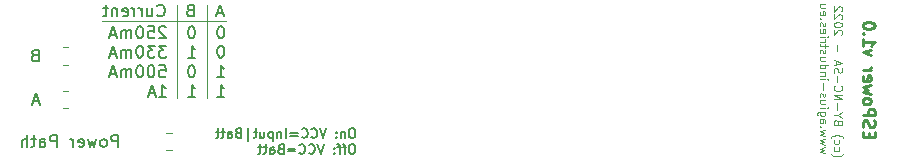
<source format=gbo>
%TF.GenerationSoftware,KiCad,Pcbnew,5.1.8-5.1.8*%
%TF.CreationDate,2022-10-01T18:22:25+01:00*%
%TF.ProjectId,ESPower,4553506f-7765-4722-9e6b-696361645f70,rev?*%
%TF.SameCoordinates,Original*%
%TF.FileFunction,Legend,Bot*%
%TF.FilePolarity,Positive*%
%FSLAX46Y46*%
G04 Gerber Fmt 4.6, Leading zero omitted, Abs format (unit mm)*
G04 Created by KiCad (PCBNEW 5.1.8-5.1.8) date 2022-10-01 18:22:25*
%MOMM*%
%LPD*%
G01*
G04 APERTURE LIST*
%ADD10C,0.120000*%
%ADD11C,0.250000*%
%ADD12C,0.130000*%
%ADD13C,0.150000*%
%ADD14C,2.700000*%
%ADD15C,1.500000*%
%ADD16R,1.500000X1.500000*%
%ADD17R,1.700000X1.700000*%
%ADD18O,1.700000X1.700000*%
%ADD19C,1.600000*%
%ADD20R,1.600000X1.600000*%
G04 APERTURE END LIST*
D10*
X153798666Y-107873000D02*
X153832000Y-107906333D01*
X153932000Y-107973000D01*
X153998666Y-108006333D01*
X154098666Y-108039666D01*
X154265333Y-108073000D01*
X154398666Y-108073000D01*
X154565333Y-108039666D01*
X154665333Y-108006333D01*
X154732000Y-107973000D01*
X154832000Y-107906333D01*
X154865333Y-107873000D01*
X154098666Y-107306333D02*
X154065333Y-107373000D01*
X154065333Y-107506333D01*
X154098666Y-107573000D01*
X154132000Y-107606333D01*
X154198666Y-107639666D01*
X154398666Y-107639666D01*
X154465333Y-107606333D01*
X154498666Y-107573000D01*
X154532000Y-107506333D01*
X154532000Y-107373000D01*
X154498666Y-107306333D01*
X154098666Y-106706333D02*
X154065333Y-106773000D01*
X154065333Y-106906333D01*
X154098666Y-106973000D01*
X154132000Y-107006333D01*
X154198666Y-107039666D01*
X154398666Y-107039666D01*
X154465333Y-107006333D01*
X154498666Y-106973000D01*
X154532000Y-106906333D01*
X154532000Y-106773000D01*
X154498666Y-106706333D01*
X153798666Y-106473000D02*
X153832000Y-106439666D01*
X153932000Y-106373000D01*
X153998666Y-106339666D01*
X154098666Y-106306333D01*
X154265333Y-106273000D01*
X154398666Y-106273000D01*
X154565333Y-106306333D01*
X154665333Y-106339666D01*
X154732000Y-106373000D01*
X154832000Y-106439666D01*
X154865333Y-106473000D01*
X154432000Y-105173000D02*
X154398666Y-105073000D01*
X154365333Y-105039666D01*
X154298666Y-105006333D01*
X154198666Y-105006333D01*
X154132000Y-105039666D01*
X154098666Y-105073000D01*
X154065333Y-105139666D01*
X154065333Y-105406333D01*
X154765333Y-105406333D01*
X154765333Y-105173000D01*
X154732000Y-105106333D01*
X154698666Y-105073000D01*
X154632000Y-105039666D01*
X154565333Y-105039666D01*
X154498666Y-105073000D01*
X154465333Y-105106333D01*
X154432000Y-105173000D01*
X154432000Y-105406333D01*
X154398666Y-104573000D02*
X154065333Y-104573000D01*
X154765333Y-104806333D02*
X154398666Y-104573000D01*
X154765333Y-104339666D01*
X154332000Y-104106333D02*
X154332000Y-103573000D01*
X154065333Y-103239666D02*
X154765333Y-103239666D01*
X154065333Y-102839666D01*
X154765333Y-102839666D01*
X154132000Y-102106333D02*
X154098666Y-102139666D01*
X154065333Y-102239666D01*
X154065333Y-102306333D01*
X154098666Y-102406333D01*
X154165333Y-102473000D01*
X154232000Y-102506333D01*
X154365333Y-102539666D01*
X154465333Y-102539666D01*
X154598666Y-102506333D01*
X154665333Y-102473000D01*
X154732000Y-102406333D01*
X154765333Y-102306333D01*
X154765333Y-102239666D01*
X154732000Y-102139666D01*
X154698666Y-102106333D01*
X154332000Y-101806333D02*
X154332000Y-101273000D01*
X154098666Y-100973000D02*
X154065333Y-100873000D01*
X154065333Y-100706333D01*
X154098666Y-100639666D01*
X154132000Y-100606333D01*
X154198666Y-100573000D01*
X154265333Y-100573000D01*
X154332000Y-100606333D01*
X154365333Y-100639666D01*
X154398666Y-100706333D01*
X154432000Y-100839666D01*
X154465333Y-100906333D01*
X154498666Y-100939666D01*
X154565333Y-100973000D01*
X154632000Y-100973000D01*
X154698666Y-100939666D01*
X154732000Y-100906333D01*
X154765333Y-100839666D01*
X154765333Y-100673000D01*
X154732000Y-100573000D01*
X154265333Y-100306333D02*
X154265333Y-99973000D01*
X154065333Y-100373000D02*
X154765333Y-100139666D01*
X154065333Y-99906333D01*
X154332000Y-99139666D02*
X154332000Y-98606333D01*
X154698666Y-97773000D02*
X154732000Y-97739666D01*
X154765333Y-97673000D01*
X154765333Y-97506333D01*
X154732000Y-97439666D01*
X154698666Y-97406333D01*
X154632000Y-97373000D01*
X154565333Y-97373000D01*
X154465333Y-97406333D01*
X154065333Y-97806333D01*
X154065333Y-97373000D01*
X154765333Y-96939666D02*
X154765333Y-96873000D01*
X154732000Y-96806333D01*
X154698666Y-96773000D01*
X154632000Y-96739666D01*
X154498666Y-96706333D01*
X154332000Y-96706333D01*
X154198666Y-96739666D01*
X154132000Y-96773000D01*
X154098666Y-96806333D01*
X154065333Y-96873000D01*
X154065333Y-96939666D01*
X154098666Y-97006333D01*
X154132000Y-97039666D01*
X154198666Y-97073000D01*
X154332000Y-97106333D01*
X154498666Y-97106333D01*
X154632000Y-97073000D01*
X154698666Y-97039666D01*
X154732000Y-97006333D01*
X154765333Y-96939666D01*
X154698666Y-96439666D02*
X154732000Y-96406333D01*
X154765333Y-96339666D01*
X154765333Y-96173000D01*
X154732000Y-96106333D01*
X154698666Y-96073000D01*
X154632000Y-96039666D01*
X154565333Y-96039666D01*
X154465333Y-96073000D01*
X154065333Y-96473000D01*
X154065333Y-96039666D01*
X154698666Y-95773000D02*
X154732000Y-95739666D01*
X154765333Y-95673000D01*
X154765333Y-95506333D01*
X154732000Y-95439666D01*
X154698666Y-95406333D01*
X154632000Y-95373000D01*
X154565333Y-95373000D01*
X154465333Y-95406333D01*
X154065333Y-95806333D01*
X154065333Y-95373000D01*
X153362000Y-107823000D02*
X152895333Y-107689666D01*
X153228666Y-107556333D01*
X152895333Y-107423000D01*
X153362000Y-107289666D01*
X153362000Y-107089666D02*
X152895333Y-106956333D01*
X153228666Y-106823000D01*
X152895333Y-106689666D01*
X153362000Y-106556333D01*
X153362000Y-106356333D02*
X152895333Y-106223000D01*
X153228666Y-106089666D01*
X152895333Y-105956333D01*
X153362000Y-105823000D01*
X152962000Y-105556333D02*
X152928666Y-105523000D01*
X152895333Y-105556333D01*
X152928666Y-105589666D01*
X152962000Y-105556333D01*
X152895333Y-105556333D01*
X152895333Y-104923000D02*
X153262000Y-104923000D01*
X153328666Y-104956333D01*
X153362000Y-105023000D01*
X153362000Y-105156333D01*
X153328666Y-105223000D01*
X152928666Y-104923000D02*
X152895333Y-104989666D01*
X152895333Y-105156333D01*
X152928666Y-105223000D01*
X152995333Y-105256333D01*
X153062000Y-105256333D01*
X153128666Y-105223000D01*
X153162000Y-105156333D01*
X153162000Y-104989666D01*
X153195333Y-104923000D01*
X153362000Y-104289666D02*
X152795333Y-104289666D01*
X152728666Y-104323000D01*
X152695333Y-104356333D01*
X152662000Y-104423000D01*
X152662000Y-104523000D01*
X152695333Y-104589666D01*
X152928666Y-104289666D02*
X152895333Y-104356333D01*
X152895333Y-104489666D01*
X152928666Y-104556333D01*
X152962000Y-104589666D01*
X153028666Y-104623000D01*
X153228666Y-104623000D01*
X153295333Y-104589666D01*
X153328666Y-104556333D01*
X153362000Y-104489666D01*
X153362000Y-104356333D01*
X153328666Y-104289666D01*
X152895333Y-103956333D02*
X153362000Y-103956333D01*
X153595333Y-103956333D02*
X153562000Y-103989666D01*
X153528666Y-103956333D01*
X153562000Y-103923000D01*
X153595333Y-103956333D01*
X153528666Y-103956333D01*
X153362000Y-103323000D02*
X152895333Y-103323000D01*
X153362000Y-103623000D02*
X152995333Y-103623000D01*
X152928666Y-103589666D01*
X152895333Y-103523000D01*
X152895333Y-103423000D01*
X152928666Y-103356333D01*
X152962000Y-103323000D01*
X152928666Y-103023000D02*
X152895333Y-102956333D01*
X152895333Y-102823000D01*
X152928666Y-102756333D01*
X152995333Y-102723000D01*
X153028666Y-102723000D01*
X153095333Y-102756333D01*
X153128666Y-102823000D01*
X153128666Y-102923000D01*
X153162000Y-102989666D01*
X153228666Y-103023000D01*
X153262000Y-103023000D01*
X153328666Y-102989666D01*
X153362000Y-102923000D01*
X153362000Y-102823000D01*
X153328666Y-102756333D01*
X153162000Y-102423000D02*
X153162000Y-101889666D01*
X152895333Y-101556333D02*
X153362000Y-101556333D01*
X153595333Y-101556333D02*
X153562000Y-101589666D01*
X153528666Y-101556333D01*
X153562000Y-101523000D01*
X153595333Y-101556333D01*
X153528666Y-101556333D01*
X153362000Y-101223000D02*
X152895333Y-101223000D01*
X153295333Y-101223000D02*
X153328666Y-101189666D01*
X153362000Y-101123000D01*
X153362000Y-101023000D01*
X153328666Y-100956333D01*
X153262000Y-100923000D01*
X152895333Y-100923000D01*
X152895333Y-100289666D02*
X153595333Y-100289666D01*
X152928666Y-100289666D02*
X152895333Y-100356333D01*
X152895333Y-100489666D01*
X152928666Y-100556333D01*
X152962000Y-100589666D01*
X153028666Y-100623000D01*
X153228666Y-100623000D01*
X153295333Y-100589666D01*
X153328666Y-100556333D01*
X153362000Y-100489666D01*
X153362000Y-100356333D01*
X153328666Y-100289666D01*
X153362000Y-99656333D02*
X152895333Y-99656333D01*
X153362000Y-99956333D02*
X152995333Y-99956333D01*
X152928666Y-99923000D01*
X152895333Y-99856333D01*
X152895333Y-99756333D01*
X152928666Y-99689666D01*
X152962000Y-99656333D01*
X152928666Y-99356333D02*
X152895333Y-99289666D01*
X152895333Y-99156333D01*
X152928666Y-99089666D01*
X152995333Y-99056333D01*
X153028666Y-99056333D01*
X153095333Y-99089666D01*
X153128666Y-99156333D01*
X153128666Y-99256333D01*
X153162000Y-99323000D01*
X153228666Y-99356333D01*
X153262000Y-99356333D01*
X153328666Y-99323000D01*
X153362000Y-99256333D01*
X153362000Y-99156333D01*
X153328666Y-99089666D01*
X153362000Y-98856333D02*
X153362000Y-98589666D01*
X153595333Y-98756333D02*
X152995333Y-98756333D01*
X152928666Y-98723000D01*
X152895333Y-98656333D01*
X152895333Y-98589666D01*
X152895333Y-98356333D02*
X153362000Y-98356333D01*
X153228666Y-98356333D02*
X153295333Y-98323000D01*
X153328666Y-98289666D01*
X153362000Y-98223000D01*
X153362000Y-98156333D01*
X152895333Y-97923000D02*
X153362000Y-97923000D01*
X153595333Y-97923000D02*
X153562000Y-97956333D01*
X153528666Y-97923000D01*
X153562000Y-97889666D01*
X153595333Y-97923000D01*
X153528666Y-97923000D01*
X152928666Y-97323000D02*
X152895333Y-97389666D01*
X152895333Y-97523000D01*
X152928666Y-97589666D01*
X152995333Y-97623000D01*
X153262000Y-97623000D01*
X153328666Y-97589666D01*
X153362000Y-97523000D01*
X153362000Y-97389666D01*
X153328666Y-97323000D01*
X153262000Y-97289666D01*
X153195333Y-97289666D01*
X153128666Y-97623000D01*
X152928666Y-97023000D02*
X152895333Y-96956333D01*
X152895333Y-96823000D01*
X152928666Y-96756333D01*
X152995333Y-96723000D01*
X153028666Y-96723000D01*
X153095333Y-96756333D01*
X153128666Y-96823000D01*
X153128666Y-96923000D01*
X153162000Y-96989666D01*
X153228666Y-97023000D01*
X153262000Y-97023000D01*
X153328666Y-96989666D01*
X153362000Y-96923000D01*
X153362000Y-96823000D01*
X153328666Y-96756333D01*
X152962000Y-96423000D02*
X152928666Y-96389666D01*
X152895333Y-96423000D01*
X152928666Y-96456333D01*
X152962000Y-96423000D01*
X152895333Y-96423000D01*
X152928666Y-95823000D02*
X152895333Y-95889666D01*
X152895333Y-96023000D01*
X152928666Y-96089666D01*
X152995333Y-96123000D01*
X153262000Y-96123000D01*
X153328666Y-96089666D01*
X153362000Y-96023000D01*
X153362000Y-95889666D01*
X153328666Y-95823000D01*
X153262000Y-95789666D01*
X153195333Y-95789666D01*
X153128666Y-96123000D01*
X153362000Y-95189666D02*
X152895333Y-95189666D01*
X153362000Y-95489666D02*
X152995333Y-95489666D01*
X152928666Y-95456333D01*
X152895333Y-95389666D01*
X152895333Y-95289666D01*
X152928666Y-95223000D01*
X152962000Y-95189666D01*
D11*
X157043428Y-106457142D02*
X157043428Y-106123809D01*
X156519619Y-105980952D02*
X156519619Y-106457142D01*
X157519619Y-106457142D01*
X157519619Y-105980952D01*
X156567238Y-105600000D02*
X156519619Y-105457142D01*
X156519619Y-105219047D01*
X156567238Y-105123809D01*
X156614857Y-105076190D01*
X156710095Y-105028571D01*
X156805333Y-105028571D01*
X156900571Y-105076190D01*
X156948190Y-105123809D01*
X156995809Y-105219047D01*
X157043428Y-105409523D01*
X157091047Y-105504761D01*
X157138666Y-105552380D01*
X157233904Y-105600000D01*
X157329142Y-105600000D01*
X157424380Y-105552380D01*
X157472000Y-105504761D01*
X157519619Y-105409523D01*
X157519619Y-105171428D01*
X157472000Y-105028571D01*
X156519619Y-104600000D02*
X157519619Y-104600000D01*
X157519619Y-104219047D01*
X157472000Y-104123809D01*
X157424380Y-104076190D01*
X157329142Y-104028571D01*
X157186285Y-104028571D01*
X157091047Y-104076190D01*
X157043428Y-104123809D01*
X156995809Y-104219047D01*
X156995809Y-104600000D01*
X156519619Y-103457142D02*
X156567238Y-103552380D01*
X156614857Y-103600000D01*
X156710095Y-103647619D01*
X156995809Y-103647619D01*
X157091047Y-103600000D01*
X157138666Y-103552380D01*
X157186285Y-103457142D01*
X157186285Y-103314285D01*
X157138666Y-103219047D01*
X157091047Y-103171428D01*
X156995809Y-103123809D01*
X156710095Y-103123809D01*
X156614857Y-103171428D01*
X156567238Y-103219047D01*
X156519619Y-103314285D01*
X156519619Y-103457142D01*
X157186285Y-102790476D02*
X156519619Y-102600000D01*
X156995809Y-102409523D01*
X156519619Y-102219047D01*
X157186285Y-102028571D01*
X156567238Y-101266666D02*
X156519619Y-101361904D01*
X156519619Y-101552380D01*
X156567238Y-101647619D01*
X156662476Y-101695238D01*
X157043428Y-101695238D01*
X157138666Y-101647619D01*
X157186285Y-101552380D01*
X157186285Y-101361904D01*
X157138666Y-101266666D01*
X157043428Y-101219047D01*
X156948190Y-101219047D01*
X156852952Y-101695238D01*
X156519619Y-100790476D02*
X157186285Y-100790476D01*
X156995809Y-100790476D02*
X157091047Y-100742857D01*
X157138666Y-100695238D01*
X157186285Y-100600000D01*
X157186285Y-100504761D01*
X157186285Y-99504761D02*
X156519619Y-99266666D01*
X157186285Y-99028571D01*
X156519619Y-98123809D02*
X156519619Y-98695238D01*
X156519619Y-98409523D02*
X157519619Y-98409523D01*
X157376761Y-98504761D01*
X157281523Y-98600000D01*
X157233904Y-98695238D01*
X156614857Y-97695238D02*
X156567238Y-97647619D01*
X156519619Y-97695238D01*
X156567238Y-97742857D01*
X156614857Y-97695238D01*
X156519619Y-97695238D01*
X157519619Y-97028571D02*
X157519619Y-96933333D01*
X157472000Y-96838095D01*
X157424380Y-96790476D01*
X157329142Y-96742857D01*
X157138666Y-96695238D01*
X156900571Y-96695238D01*
X156710095Y-96742857D01*
X156614857Y-96790476D01*
X156567238Y-96838095D01*
X156519619Y-96933333D01*
X156519619Y-97028571D01*
X156567238Y-97123809D01*
X156614857Y-97171428D01*
X156710095Y-97219047D01*
X156900571Y-97266666D01*
X157138666Y-97266666D01*
X157329142Y-97219047D01*
X157424380Y-97171428D01*
X157472000Y-97123809D01*
X157519619Y-97028571D01*
D12*
X113364642Y-105703904D02*
X113212261Y-105703904D01*
X113136071Y-105742000D01*
X113059880Y-105818190D01*
X113021785Y-105970571D01*
X113021785Y-106237238D01*
X113059880Y-106389619D01*
X113136071Y-106465809D01*
X113212261Y-106503904D01*
X113364642Y-106503904D01*
X113440833Y-106465809D01*
X113517023Y-106389619D01*
X113555119Y-106237238D01*
X113555119Y-105970571D01*
X113517023Y-105818190D01*
X113440833Y-105742000D01*
X113364642Y-105703904D01*
X112678928Y-105970571D02*
X112678928Y-106503904D01*
X112678928Y-106046761D02*
X112640833Y-106008666D01*
X112564642Y-105970571D01*
X112450357Y-105970571D01*
X112374166Y-106008666D01*
X112336071Y-106084857D01*
X112336071Y-106503904D01*
X111955119Y-106427714D02*
X111917023Y-106465809D01*
X111955119Y-106503904D01*
X111993214Y-106465809D01*
X111955119Y-106427714D01*
X111955119Y-106503904D01*
X111955119Y-106008666D02*
X111917023Y-106046761D01*
X111955119Y-106084857D01*
X111993214Y-106046761D01*
X111955119Y-106008666D01*
X111955119Y-106084857D01*
X111078928Y-105703904D02*
X110812261Y-106503904D01*
X110545595Y-105703904D01*
X109821785Y-106427714D02*
X109859880Y-106465809D01*
X109974166Y-106503904D01*
X110050357Y-106503904D01*
X110164642Y-106465809D01*
X110240833Y-106389619D01*
X110278928Y-106313428D01*
X110317023Y-106161047D01*
X110317023Y-106046761D01*
X110278928Y-105894380D01*
X110240833Y-105818190D01*
X110164642Y-105742000D01*
X110050357Y-105703904D01*
X109974166Y-105703904D01*
X109859880Y-105742000D01*
X109821785Y-105780095D01*
X109021785Y-106427714D02*
X109059880Y-106465809D01*
X109174166Y-106503904D01*
X109250357Y-106503904D01*
X109364642Y-106465809D01*
X109440833Y-106389619D01*
X109478928Y-106313428D01*
X109517023Y-106161047D01*
X109517023Y-106046761D01*
X109478928Y-105894380D01*
X109440833Y-105818190D01*
X109364642Y-105742000D01*
X109250357Y-105703904D01*
X109174166Y-105703904D01*
X109059880Y-105742000D01*
X109021785Y-105780095D01*
X108678928Y-106084857D02*
X108069404Y-106084857D01*
X108069404Y-106313428D02*
X108678928Y-106313428D01*
X107688452Y-106503904D02*
X107688452Y-105703904D01*
X107307500Y-105970571D02*
X107307500Y-106503904D01*
X107307500Y-106046761D02*
X107269404Y-106008666D01*
X107193214Y-105970571D01*
X107078928Y-105970571D01*
X107002738Y-106008666D01*
X106964642Y-106084857D01*
X106964642Y-106503904D01*
X106583690Y-105970571D02*
X106583690Y-106770571D01*
X106583690Y-106008666D02*
X106507500Y-105970571D01*
X106355119Y-105970571D01*
X106278928Y-106008666D01*
X106240833Y-106046761D01*
X106202738Y-106122952D01*
X106202738Y-106351523D01*
X106240833Y-106427714D01*
X106278928Y-106465809D01*
X106355119Y-106503904D01*
X106507500Y-106503904D01*
X106583690Y-106465809D01*
X105517023Y-105970571D02*
X105517023Y-106503904D01*
X105859880Y-105970571D02*
X105859880Y-106389619D01*
X105821785Y-106465809D01*
X105745595Y-106503904D01*
X105631309Y-106503904D01*
X105555119Y-106465809D01*
X105517023Y-106427714D01*
X105250357Y-105970571D02*
X104945595Y-105970571D01*
X105136071Y-105703904D02*
X105136071Y-106389619D01*
X105097976Y-106465809D01*
X105021785Y-106503904D01*
X104945595Y-106503904D01*
X104488452Y-106770571D02*
X104488452Y-105627714D01*
X103650357Y-106084857D02*
X103536071Y-106122952D01*
X103497976Y-106161047D01*
X103459880Y-106237238D01*
X103459880Y-106351523D01*
X103497976Y-106427714D01*
X103536071Y-106465809D01*
X103612261Y-106503904D01*
X103917023Y-106503904D01*
X103917023Y-105703904D01*
X103650357Y-105703904D01*
X103574166Y-105742000D01*
X103536071Y-105780095D01*
X103497976Y-105856285D01*
X103497976Y-105932476D01*
X103536071Y-106008666D01*
X103574166Y-106046761D01*
X103650357Y-106084857D01*
X103917023Y-106084857D01*
X102774166Y-106503904D02*
X102774166Y-106084857D01*
X102812261Y-106008666D01*
X102888452Y-105970571D01*
X103040833Y-105970571D01*
X103117023Y-106008666D01*
X102774166Y-106465809D02*
X102850357Y-106503904D01*
X103040833Y-106503904D01*
X103117023Y-106465809D01*
X103155119Y-106389619D01*
X103155119Y-106313428D01*
X103117023Y-106237238D01*
X103040833Y-106199142D01*
X102850357Y-106199142D01*
X102774166Y-106161047D01*
X102507500Y-105970571D02*
X102202738Y-105970571D01*
X102393214Y-105703904D02*
X102393214Y-106389619D01*
X102355119Y-106465809D01*
X102278928Y-106503904D01*
X102202738Y-106503904D01*
X102050357Y-105970571D02*
X101745595Y-105970571D01*
X101936071Y-105703904D02*
X101936071Y-106389619D01*
X101897976Y-106465809D01*
X101821785Y-106503904D01*
X101745595Y-106503904D01*
X113364642Y-107033904D02*
X113212261Y-107033904D01*
X113136071Y-107072000D01*
X113059880Y-107148190D01*
X113021785Y-107300571D01*
X113021785Y-107567238D01*
X113059880Y-107719619D01*
X113136071Y-107795809D01*
X113212261Y-107833904D01*
X113364642Y-107833904D01*
X113440833Y-107795809D01*
X113517023Y-107719619D01*
X113555119Y-107567238D01*
X113555119Y-107300571D01*
X113517023Y-107148190D01*
X113440833Y-107072000D01*
X113364642Y-107033904D01*
X112793214Y-107300571D02*
X112488452Y-107300571D01*
X112678928Y-107833904D02*
X112678928Y-107148190D01*
X112640833Y-107072000D01*
X112564642Y-107033904D01*
X112488452Y-107033904D01*
X112336071Y-107300571D02*
X112031309Y-107300571D01*
X112221785Y-107833904D02*
X112221785Y-107148190D01*
X112183690Y-107072000D01*
X112107500Y-107033904D01*
X112031309Y-107033904D01*
X111764642Y-107757714D02*
X111726547Y-107795809D01*
X111764642Y-107833904D01*
X111802738Y-107795809D01*
X111764642Y-107757714D01*
X111764642Y-107833904D01*
X111764642Y-107338666D02*
X111726547Y-107376761D01*
X111764642Y-107414857D01*
X111802738Y-107376761D01*
X111764642Y-107338666D01*
X111764642Y-107414857D01*
X110888452Y-107033904D02*
X110621785Y-107833904D01*
X110355119Y-107033904D01*
X109631309Y-107757714D02*
X109669404Y-107795809D01*
X109783690Y-107833904D01*
X109859880Y-107833904D01*
X109974166Y-107795809D01*
X110050357Y-107719619D01*
X110088452Y-107643428D01*
X110126547Y-107491047D01*
X110126547Y-107376761D01*
X110088452Y-107224380D01*
X110050357Y-107148190D01*
X109974166Y-107072000D01*
X109859880Y-107033904D01*
X109783690Y-107033904D01*
X109669404Y-107072000D01*
X109631309Y-107110095D01*
X108831309Y-107757714D02*
X108869404Y-107795809D01*
X108983690Y-107833904D01*
X109059880Y-107833904D01*
X109174166Y-107795809D01*
X109250357Y-107719619D01*
X109288452Y-107643428D01*
X109326547Y-107491047D01*
X109326547Y-107376761D01*
X109288452Y-107224380D01*
X109250357Y-107148190D01*
X109174166Y-107072000D01*
X109059880Y-107033904D01*
X108983690Y-107033904D01*
X108869404Y-107072000D01*
X108831309Y-107110095D01*
X108488452Y-107414857D02*
X107878928Y-107414857D01*
X107878928Y-107643428D02*
X108488452Y-107643428D01*
X107231309Y-107414857D02*
X107117023Y-107452952D01*
X107078928Y-107491047D01*
X107040833Y-107567238D01*
X107040833Y-107681523D01*
X107078928Y-107757714D01*
X107117023Y-107795809D01*
X107193214Y-107833904D01*
X107497976Y-107833904D01*
X107497976Y-107033904D01*
X107231309Y-107033904D01*
X107155119Y-107072000D01*
X107117023Y-107110095D01*
X107078928Y-107186285D01*
X107078928Y-107262476D01*
X107117023Y-107338666D01*
X107155119Y-107376761D01*
X107231309Y-107414857D01*
X107497976Y-107414857D01*
X106355119Y-107833904D02*
X106355119Y-107414857D01*
X106393214Y-107338666D01*
X106469404Y-107300571D01*
X106621785Y-107300571D01*
X106697976Y-107338666D01*
X106355119Y-107795809D02*
X106431309Y-107833904D01*
X106621785Y-107833904D01*
X106697976Y-107795809D01*
X106736071Y-107719619D01*
X106736071Y-107643428D01*
X106697976Y-107567238D01*
X106621785Y-107529142D01*
X106431309Y-107529142D01*
X106355119Y-107491047D01*
X106088452Y-107300571D02*
X105783690Y-107300571D01*
X105974166Y-107033904D02*
X105974166Y-107719619D01*
X105936071Y-107795809D01*
X105859880Y-107833904D01*
X105783690Y-107833904D01*
X105631309Y-107300571D02*
X105326547Y-107300571D01*
X105517023Y-107033904D02*
X105517023Y-107719619D01*
X105478928Y-107795809D01*
X105402738Y-107833904D01*
X105326547Y-107833904D01*
D10*
X98425000Y-95250000D02*
X98425000Y-103124000D01*
X100965000Y-95250000D02*
X100965000Y-103124000D01*
X102616000Y-96647000D02*
X92075000Y-96647000D01*
D13*
X102216928Y-97053380D02*
X102121690Y-97053380D01*
X102026452Y-97101000D01*
X101978833Y-97148619D01*
X101931214Y-97243857D01*
X101883595Y-97434333D01*
X101883595Y-97672428D01*
X101931214Y-97862904D01*
X101978833Y-97958142D01*
X102026452Y-98005761D01*
X102121690Y-98053380D01*
X102216928Y-98053380D01*
X102312166Y-98005761D01*
X102359785Y-97958142D01*
X102407404Y-97862904D01*
X102455023Y-97672428D01*
X102455023Y-97434333D01*
X102407404Y-97243857D01*
X102359785Y-97148619D01*
X102312166Y-97101000D01*
X102216928Y-97053380D01*
X99740738Y-97053380D02*
X99645500Y-97053380D01*
X99550261Y-97101000D01*
X99502642Y-97148619D01*
X99455023Y-97243857D01*
X99407404Y-97434333D01*
X99407404Y-97672428D01*
X99455023Y-97862904D01*
X99502642Y-97958142D01*
X99550261Y-98005761D01*
X99645500Y-98053380D01*
X99740738Y-98053380D01*
X99835976Y-98005761D01*
X99883595Y-97958142D01*
X99931214Y-97862904D01*
X99978833Y-97672428D01*
X99978833Y-97434333D01*
X99931214Y-97243857D01*
X99883595Y-97148619D01*
X99835976Y-97101000D01*
X99740738Y-97053380D01*
X97502642Y-97148619D02*
X97455023Y-97101000D01*
X97359785Y-97053380D01*
X97121690Y-97053380D01*
X97026452Y-97101000D01*
X96978833Y-97148619D01*
X96931214Y-97243857D01*
X96931214Y-97339095D01*
X96978833Y-97481952D01*
X97550261Y-98053380D01*
X96931214Y-98053380D01*
X96026452Y-97053380D02*
X96502642Y-97053380D01*
X96550261Y-97529571D01*
X96502642Y-97481952D01*
X96407404Y-97434333D01*
X96169309Y-97434333D01*
X96074071Y-97481952D01*
X96026452Y-97529571D01*
X95978833Y-97624809D01*
X95978833Y-97862904D01*
X96026452Y-97958142D01*
X96074071Y-98005761D01*
X96169309Y-98053380D01*
X96407404Y-98053380D01*
X96502642Y-98005761D01*
X96550261Y-97958142D01*
X95359785Y-97053380D02*
X95264547Y-97053380D01*
X95169309Y-97101000D01*
X95121690Y-97148619D01*
X95074071Y-97243857D01*
X95026452Y-97434333D01*
X95026452Y-97672428D01*
X95074071Y-97862904D01*
X95121690Y-97958142D01*
X95169309Y-98005761D01*
X95264547Y-98053380D01*
X95359785Y-98053380D01*
X95455023Y-98005761D01*
X95502642Y-97958142D01*
X95550261Y-97862904D01*
X95597880Y-97672428D01*
X95597880Y-97434333D01*
X95550261Y-97243857D01*
X95502642Y-97148619D01*
X95455023Y-97101000D01*
X95359785Y-97053380D01*
X94597880Y-98053380D02*
X94597880Y-97386714D01*
X94597880Y-97481952D02*
X94550261Y-97434333D01*
X94455023Y-97386714D01*
X94312166Y-97386714D01*
X94216928Y-97434333D01*
X94169309Y-97529571D01*
X94169309Y-98053380D01*
X94169309Y-97529571D02*
X94121690Y-97434333D01*
X94026452Y-97386714D01*
X93883595Y-97386714D01*
X93788357Y-97434333D01*
X93740738Y-97529571D01*
X93740738Y-98053380D01*
X93312166Y-97767666D02*
X92835976Y-97767666D01*
X93407404Y-98053380D02*
X93074071Y-97053380D01*
X92740738Y-98053380D01*
X102216928Y-98703380D02*
X102121690Y-98703380D01*
X102026452Y-98751000D01*
X101978833Y-98798619D01*
X101931214Y-98893857D01*
X101883595Y-99084333D01*
X101883595Y-99322428D01*
X101931214Y-99512904D01*
X101978833Y-99608142D01*
X102026452Y-99655761D01*
X102121690Y-99703380D01*
X102216928Y-99703380D01*
X102312166Y-99655761D01*
X102359785Y-99608142D01*
X102407404Y-99512904D01*
X102455023Y-99322428D01*
X102455023Y-99084333D01*
X102407404Y-98893857D01*
X102359785Y-98798619D01*
X102312166Y-98751000D01*
X102216928Y-98703380D01*
X99407404Y-99703380D02*
X99978833Y-99703380D01*
X99693119Y-99703380D02*
X99693119Y-98703380D01*
X99788357Y-98846238D01*
X99883595Y-98941476D01*
X99978833Y-98989095D01*
X97550261Y-98703380D02*
X96931214Y-98703380D01*
X97264547Y-99084333D01*
X97121690Y-99084333D01*
X97026452Y-99131952D01*
X96978833Y-99179571D01*
X96931214Y-99274809D01*
X96931214Y-99512904D01*
X96978833Y-99608142D01*
X97026452Y-99655761D01*
X97121690Y-99703380D01*
X97407404Y-99703380D01*
X97502642Y-99655761D01*
X97550261Y-99608142D01*
X96597880Y-98703380D02*
X95978833Y-98703380D01*
X96312166Y-99084333D01*
X96169309Y-99084333D01*
X96074071Y-99131952D01*
X96026452Y-99179571D01*
X95978833Y-99274809D01*
X95978833Y-99512904D01*
X96026452Y-99608142D01*
X96074071Y-99655761D01*
X96169309Y-99703380D01*
X96455023Y-99703380D01*
X96550261Y-99655761D01*
X96597880Y-99608142D01*
X95359785Y-98703380D02*
X95264547Y-98703380D01*
X95169309Y-98751000D01*
X95121690Y-98798619D01*
X95074071Y-98893857D01*
X95026452Y-99084333D01*
X95026452Y-99322428D01*
X95074071Y-99512904D01*
X95121690Y-99608142D01*
X95169309Y-99655761D01*
X95264547Y-99703380D01*
X95359785Y-99703380D01*
X95455023Y-99655761D01*
X95502642Y-99608142D01*
X95550261Y-99512904D01*
X95597880Y-99322428D01*
X95597880Y-99084333D01*
X95550261Y-98893857D01*
X95502642Y-98798619D01*
X95455023Y-98751000D01*
X95359785Y-98703380D01*
X94597880Y-99703380D02*
X94597880Y-99036714D01*
X94597880Y-99131952D02*
X94550261Y-99084333D01*
X94455023Y-99036714D01*
X94312166Y-99036714D01*
X94216928Y-99084333D01*
X94169309Y-99179571D01*
X94169309Y-99703380D01*
X94169309Y-99179571D02*
X94121690Y-99084333D01*
X94026452Y-99036714D01*
X93883595Y-99036714D01*
X93788357Y-99084333D01*
X93740738Y-99179571D01*
X93740738Y-99703380D01*
X93312166Y-99417666D02*
X92835976Y-99417666D01*
X93407404Y-99703380D02*
X93074071Y-98703380D01*
X92740738Y-99703380D01*
X101883595Y-101353380D02*
X102455023Y-101353380D01*
X102169309Y-101353380D02*
X102169309Y-100353380D01*
X102264547Y-100496238D01*
X102359785Y-100591476D01*
X102455023Y-100639095D01*
X99740738Y-100353380D02*
X99645500Y-100353380D01*
X99550261Y-100401000D01*
X99502642Y-100448619D01*
X99455023Y-100543857D01*
X99407404Y-100734333D01*
X99407404Y-100972428D01*
X99455023Y-101162904D01*
X99502642Y-101258142D01*
X99550261Y-101305761D01*
X99645500Y-101353380D01*
X99740738Y-101353380D01*
X99835976Y-101305761D01*
X99883595Y-101258142D01*
X99931214Y-101162904D01*
X99978833Y-100972428D01*
X99978833Y-100734333D01*
X99931214Y-100543857D01*
X99883595Y-100448619D01*
X99835976Y-100401000D01*
X99740738Y-100353380D01*
X96978833Y-100353380D02*
X97455023Y-100353380D01*
X97502642Y-100829571D01*
X97455023Y-100781952D01*
X97359785Y-100734333D01*
X97121690Y-100734333D01*
X97026452Y-100781952D01*
X96978833Y-100829571D01*
X96931214Y-100924809D01*
X96931214Y-101162904D01*
X96978833Y-101258142D01*
X97026452Y-101305761D01*
X97121690Y-101353380D01*
X97359785Y-101353380D01*
X97455023Y-101305761D01*
X97502642Y-101258142D01*
X96312166Y-100353380D02*
X96216928Y-100353380D01*
X96121690Y-100401000D01*
X96074071Y-100448619D01*
X96026452Y-100543857D01*
X95978833Y-100734333D01*
X95978833Y-100972428D01*
X96026452Y-101162904D01*
X96074071Y-101258142D01*
X96121690Y-101305761D01*
X96216928Y-101353380D01*
X96312166Y-101353380D01*
X96407404Y-101305761D01*
X96455023Y-101258142D01*
X96502642Y-101162904D01*
X96550261Y-100972428D01*
X96550261Y-100734333D01*
X96502642Y-100543857D01*
X96455023Y-100448619D01*
X96407404Y-100401000D01*
X96312166Y-100353380D01*
X95359785Y-100353380D02*
X95264547Y-100353380D01*
X95169309Y-100401000D01*
X95121690Y-100448619D01*
X95074071Y-100543857D01*
X95026452Y-100734333D01*
X95026452Y-100972428D01*
X95074071Y-101162904D01*
X95121690Y-101258142D01*
X95169309Y-101305761D01*
X95264547Y-101353380D01*
X95359785Y-101353380D01*
X95455023Y-101305761D01*
X95502642Y-101258142D01*
X95550261Y-101162904D01*
X95597880Y-100972428D01*
X95597880Y-100734333D01*
X95550261Y-100543857D01*
X95502642Y-100448619D01*
X95455023Y-100401000D01*
X95359785Y-100353380D01*
X94597880Y-101353380D02*
X94597880Y-100686714D01*
X94597880Y-100781952D02*
X94550261Y-100734333D01*
X94455023Y-100686714D01*
X94312166Y-100686714D01*
X94216928Y-100734333D01*
X94169309Y-100829571D01*
X94169309Y-101353380D01*
X94169309Y-100829571D02*
X94121690Y-100734333D01*
X94026452Y-100686714D01*
X93883595Y-100686714D01*
X93788357Y-100734333D01*
X93740738Y-100829571D01*
X93740738Y-101353380D01*
X93312166Y-101067666D02*
X92835976Y-101067666D01*
X93407404Y-101353380D02*
X93074071Y-100353380D01*
X92740738Y-101353380D01*
X101883595Y-103003380D02*
X102455023Y-103003380D01*
X102169309Y-103003380D02*
X102169309Y-102003380D01*
X102264547Y-102146238D01*
X102359785Y-102241476D01*
X102455023Y-102289095D01*
X99407404Y-103003380D02*
X99978833Y-103003380D01*
X99693119Y-103003380D02*
X99693119Y-102003380D01*
X99788357Y-102146238D01*
X99883595Y-102241476D01*
X99978833Y-102289095D01*
X96931214Y-103003380D02*
X97502642Y-103003380D01*
X97216928Y-103003380D02*
X97216928Y-102003380D01*
X97312166Y-102146238D01*
X97407404Y-102241476D01*
X97502642Y-102289095D01*
X96550261Y-102717666D02*
X96074071Y-102717666D01*
X96645500Y-103003380D02*
X96312166Y-102003380D01*
X95978833Y-103003380D01*
X102328023Y-95924666D02*
X101851833Y-95924666D01*
X102423261Y-96210380D02*
X102089928Y-95210380D01*
X101756595Y-96210380D01*
X99566119Y-95686571D02*
X99423261Y-95734190D01*
X99375642Y-95781809D01*
X99328023Y-95877047D01*
X99328023Y-96019904D01*
X99375642Y-96115142D01*
X99423261Y-96162761D01*
X99518500Y-96210380D01*
X99899452Y-96210380D01*
X99899452Y-95210380D01*
X99566119Y-95210380D01*
X99470880Y-95258000D01*
X99423261Y-95305619D01*
X99375642Y-95400857D01*
X99375642Y-95496095D01*
X99423261Y-95591333D01*
X99470880Y-95638952D01*
X99566119Y-95686571D01*
X99899452Y-95686571D01*
X96804214Y-96115142D02*
X96851833Y-96162761D01*
X96994690Y-96210380D01*
X97089928Y-96210380D01*
X97232785Y-96162761D01*
X97328023Y-96067523D01*
X97375642Y-95972285D01*
X97423261Y-95781809D01*
X97423261Y-95638952D01*
X97375642Y-95448476D01*
X97328023Y-95353238D01*
X97232785Y-95258000D01*
X97089928Y-95210380D01*
X96994690Y-95210380D01*
X96851833Y-95258000D01*
X96804214Y-95305619D01*
X95947071Y-95543714D02*
X95947071Y-96210380D01*
X96375642Y-95543714D02*
X96375642Y-96067523D01*
X96328023Y-96162761D01*
X96232785Y-96210380D01*
X96089928Y-96210380D01*
X95994690Y-96162761D01*
X95947071Y-96115142D01*
X95470880Y-96210380D02*
X95470880Y-95543714D01*
X95470880Y-95734190D02*
X95423261Y-95638952D01*
X95375642Y-95591333D01*
X95280404Y-95543714D01*
X95185166Y-95543714D01*
X94851833Y-96210380D02*
X94851833Y-95543714D01*
X94851833Y-95734190D02*
X94804214Y-95638952D01*
X94756595Y-95591333D01*
X94661357Y-95543714D01*
X94566119Y-95543714D01*
X93851833Y-96162761D02*
X93947071Y-96210380D01*
X94137547Y-96210380D01*
X94232785Y-96162761D01*
X94280404Y-96067523D01*
X94280404Y-95686571D01*
X94232785Y-95591333D01*
X94137547Y-95543714D01*
X93947071Y-95543714D01*
X93851833Y-95591333D01*
X93804214Y-95686571D01*
X93804214Y-95781809D01*
X94280404Y-95877047D01*
X93375642Y-95543714D02*
X93375642Y-96210380D01*
X93375642Y-95638952D02*
X93328023Y-95591333D01*
X93232785Y-95543714D01*
X93089928Y-95543714D01*
X92994690Y-95591333D01*
X92947071Y-95686571D01*
X92947071Y-96210380D01*
X92613738Y-95543714D02*
X92232785Y-95543714D01*
X92470880Y-95210380D02*
X92470880Y-96067523D01*
X92423261Y-96162761D01*
X92328023Y-96210380D01*
X92232785Y-96210380D01*
D10*
X89254064Y-100303000D02*
X88799936Y-100303000D01*
X89254064Y-98833000D02*
X88799936Y-98833000D01*
X88799936Y-102516000D02*
X89254064Y-102516000D01*
X88799936Y-103986000D02*
X89254064Y-103986000D01*
X97562936Y-106072000D02*
X98017064Y-106072000D01*
X97562936Y-107542000D02*
X98017064Y-107542000D01*
D13*
X86415571Y-99496571D02*
X86272714Y-99544190D01*
X86225095Y-99591809D01*
X86177476Y-99687047D01*
X86177476Y-99829904D01*
X86225095Y-99925142D01*
X86272714Y-99972761D01*
X86367952Y-100020380D01*
X86748904Y-100020380D01*
X86748904Y-99020380D01*
X86415571Y-99020380D01*
X86320333Y-99068000D01*
X86272714Y-99115619D01*
X86225095Y-99210857D01*
X86225095Y-99306095D01*
X86272714Y-99401333D01*
X86320333Y-99448952D01*
X86415571Y-99496571D01*
X86748904Y-99496571D01*
X86725095Y-103417666D02*
X86248904Y-103417666D01*
X86820333Y-103703380D02*
X86487000Y-102703380D01*
X86153666Y-103703380D01*
X93455619Y-107259380D02*
X93455619Y-106259380D01*
X93074666Y-106259380D01*
X92979428Y-106307000D01*
X92931809Y-106354619D01*
X92884190Y-106449857D01*
X92884190Y-106592714D01*
X92931809Y-106687952D01*
X92979428Y-106735571D01*
X93074666Y-106783190D01*
X93455619Y-106783190D01*
X92312761Y-107259380D02*
X92408000Y-107211761D01*
X92455619Y-107164142D01*
X92503238Y-107068904D01*
X92503238Y-106783190D01*
X92455619Y-106687952D01*
X92408000Y-106640333D01*
X92312761Y-106592714D01*
X92169904Y-106592714D01*
X92074666Y-106640333D01*
X92027047Y-106687952D01*
X91979428Y-106783190D01*
X91979428Y-107068904D01*
X92027047Y-107164142D01*
X92074666Y-107211761D01*
X92169904Y-107259380D01*
X92312761Y-107259380D01*
X91646095Y-106592714D02*
X91455619Y-107259380D01*
X91265142Y-106783190D01*
X91074666Y-107259380D01*
X90884190Y-106592714D01*
X90122285Y-107211761D02*
X90217523Y-107259380D01*
X90408000Y-107259380D01*
X90503238Y-107211761D01*
X90550857Y-107116523D01*
X90550857Y-106735571D01*
X90503238Y-106640333D01*
X90408000Y-106592714D01*
X90217523Y-106592714D01*
X90122285Y-106640333D01*
X90074666Y-106735571D01*
X90074666Y-106830809D01*
X90550857Y-106926047D01*
X89646095Y-107259380D02*
X89646095Y-106592714D01*
X89646095Y-106783190D02*
X89598476Y-106687952D01*
X89550857Y-106640333D01*
X89455619Y-106592714D01*
X89360380Y-106592714D01*
X88265142Y-107259380D02*
X88265142Y-106259380D01*
X87884190Y-106259380D01*
X87788952Y-106307000D01*
X87741333Y-106354619D01*
X87693714Y-106449857D01*
X87693714Y-106592714D01*
X87741333Y-106687952D01*
X87788952Y-106735571D01*
X87884190Y-106783190D01*
X88265142Y-106783190D01*
X86836571Y-107259380D02*
X86836571Y-106735571D01*
X86884190Y-106640333D01*
X86979428Y-106592714D01*
X87169904Y-106592714D01*
X87265142Y-106640333D01*
X86836571Y-107211761D02*
X86931809Y-107259380D01*
X87169904Y-107259380D01*
X87265142Y-107211761D01*
X87312761Y-107116523D01*
X87312761Y-107021285D01*
X87265142Y-106926047D01*
X87169904Y-106878428D01*
X86931809Y-106878428D01*
X86836571Y-106830809D01*
X86503238Y-106592714D02*
X86122285Y-106592714D01*
X86360380Y-106259380D02*
X86360380Y-107116523D01*
X86312761Y-107211761D01*
X86217523Y-107259380D01*
X86122285Y-107259380D01*
X85788952Y-107259380D02*
X85788952Y-106259380D01*
X85360380Y-107259380D02*
X85360380Y-106735571D01*
X85408000Y-106640333D01*
X85503238Y-106592714D01*
X85646095Y-106592714D01*
X85741333Y-106640333D01*
X85788952Y-106687952D01*
%LPC*%
D14*
X127254000Y-101600000D03*
D15*
X144272000Y-105410000D03*
X144272000Y-102870000D03*
X144272000Y-100330000D03*
X144272000Y-97790000D03*
D16*
X146812000Y-97790000D03*
D15*
X146812000Y-100330000D03*
X146812000Y-102870000D03*
X146812000Y-105410000D03*
G36*
G01*
X88627000Y-99117998D02*
X88627000Y-100018002D01*
G75*
G02*
X88377002Y-100268000I-249998J0D01*
G01*
X87851998Y-100268000D01*
G75*
G02*
X87602000Y-100018002I0J249998D01*
G01*
X87602000Y-99117998D01*
G75*
G02*
X87851998Y-98868000I249998J0D01*
G01*
X88377002Y-98868000D01*
G75*
G02*
X88627000Y-99117998I0J-249998D01*
G01*
G37*
G36*
G01*
X90452000Y-99117998D02*
X90452000Y-100018002D01*
G75*
G02*
X90202002Y-100268000I-249998J0D01*
G01*
X89676998Y-100268000D01*
G75*
G02*
X89427000Y-100018002I0J249998D01*
G01*
X89427000Y-99117998D01*
G75*
G02*
X89676998Y-98868000I249998J0D01*
G01*
X90202002Y-98868000D01*
G75*
G02*
X90452000Y-99117998I0J-249998D01*
G01*
G37*
G36*
G01*
X89427000Y-103701002D02*
X89427000Y-102800998D01*
G75*
G02*
X89676998Y-102551000I249998J0D01*
G01*
X90202002Y-102551000D01*
G75*
G02*
X90452000Y-102800998I0J-249998D01*
G01*
X90452000Y-103701002D01*
G75*
G02*
X90202002Y-103951000I-249998J0D01*
G01*
X89676998Y-103951000D01*
G75*
G02*
X89427000Y-103701002I0J249998D01*
G01*
G37*
G36*
G01*
X87602000Y-103701002D02*
X87602000Y-102800998D01*
G75*
G02*
X87851998Y-102551000I249998J0D01*
G01*
X88377002Y-102551000D01*
G75*
G02*
X88627000Y-102800998I0J-249998D01*
G01*
X88627000Y-103701002D01*
G75*
G02*
X88377002Y-103951000I-249998J0D01*
G01*
X87851998Y-103951000D01*
G75*
G02*
X87602000Y-103701002I0J249998D01*
G01*
G37*
G36*
G01*
X98190000Y-107257002D02*
X98190000Y-106356998D01*
G75*
G02*
X98439998Y-106107000I249998J0D01*
G01*
X98965002Y-106107000D01*
G75*
G02*
X99215000Y-106356998I0J-249998D01*
G01*
X99215000Y-107257002D01*
G75*
G02*
X98965002Y-107507000I-249998J0D01*
G01*
X98439998Y-107507000D01*
G75*
G02*
X98190000Y-107257002I0J249998D01*
G01*
G37*
G36*
G01*
X96365000Y-107257002D02*
X96365000Y-106356998D01*
G75*
G02*
X96614998Y-106107000I249998J0D01*
G01*
X97140002Y-106107000D01*
G75*
G02*
X97390000Y-106356998I0J-249998D01*
G01*
X97390000Y-107257002D01*
G75*
G02*
X97140002Y-107507000I-249998J0D01*
G01*
X96614998Y-107507000D01*
G75*
G02*
X96365000Y-107257002I0J249998D01*
G01*
G37*
D17*
X131064000Y-96139000D03*
D18*
X128524000Y-96139000D03*
X125984000Y-96139000D03*
X123444000Y-96139000D03*
D17*
X106401000Y-96139000D03*
D18*
X103861000Y-96139000D03*
D17*
X131039000Y-106807000D03*
D18*
X128499000Y-106807000D03*
X125959000Y-106807000D03*
X123419000Y-106807000D03*
D17*
X115443000Y-106807000D03*
D18*
X117983000Y-106807000D03*
X84074000Y-99822000D03*
D17*
X84074000Y-97282000D03*
D19*
X136398000Y-99751000D03*
D20*
X136398000Y-103251000D03*
D19*
X119253000Y-100116000D03*
D20*
X119253000Y-102616000D03*
M02*

</source>
